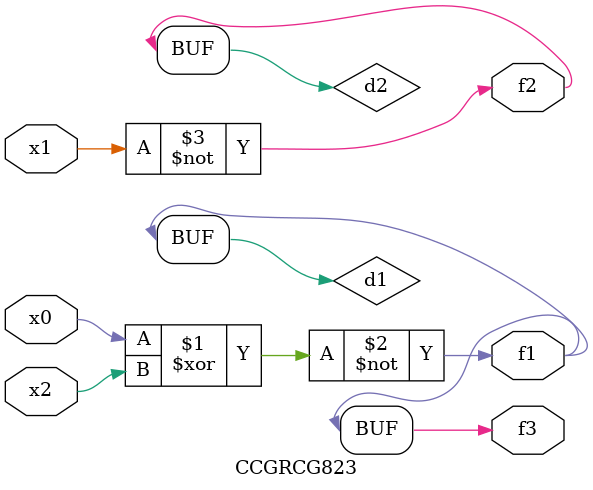
<source format=v>
module CCGRCG823(
	input x0, x1, x2,
	output f1, f2, f3
);

	wire d1, d2, d3;

	xnor (d1, x0, x2);
	nand (d2, x1);
	nor (d3, x1, x2);
	assign f1 = d1;
	assign f2 = d2;
	assign f3 = d1;
endmodule

</source>
